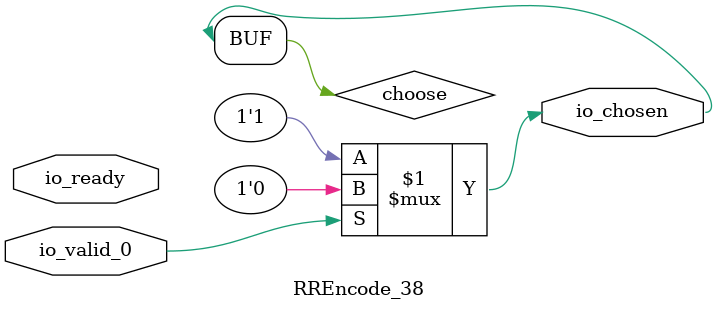
<source format=v>
module RREncode_38(
    input  io_valid_0,
    output io_chosen,
    input  io_ready);
  wire choose;
  assign io_chosen = choose;
  assign choose = io_valid_0 ? 1'h0 : 1'h1;
endmodule
</source>
